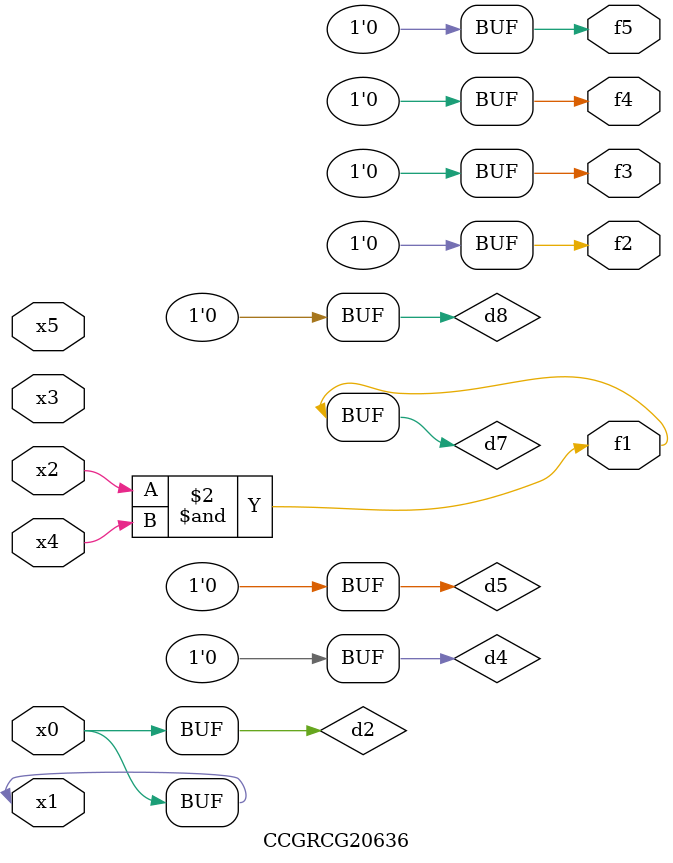
<source format=v>
module CCGRCG20636(
	input x0, x1, x2, x3, x4, x5,
	output f1, f2, f3, f4, f5
);

	wire d1, d2, d3, d4, d5, d6, d7, d8, d9;

	nand (d1, x1);
	buf (d2, x0, x1);
	nand (d3, x2, x4);
	and (d4, d1, d2);
	and (d5, d1, d2);
	nand (d6, d1, d3);
	not (d7, d3);
	xor (d8, d5);
	nor (d9, d5, d6);
	assign f1 = d7;
	assign f2 = d8;
	assign f3 = d8;
	assign f4 = d8;
	assign f5 = d8;
endmodule

</source>
